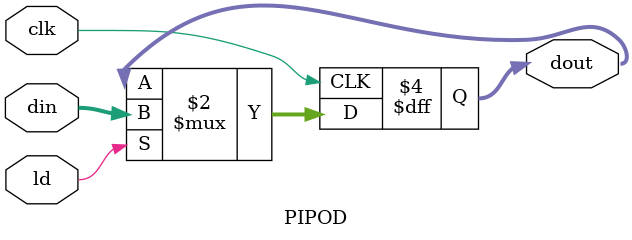
<source format=v>
module PIPOD(dout,din,ld,clk);
    input [31:0] din;
    input ld,clk;
    output reg [31:0] dout;

    always @(posedge clk)
        if (ld) 
            dout <= din;

endmodule
</source>
